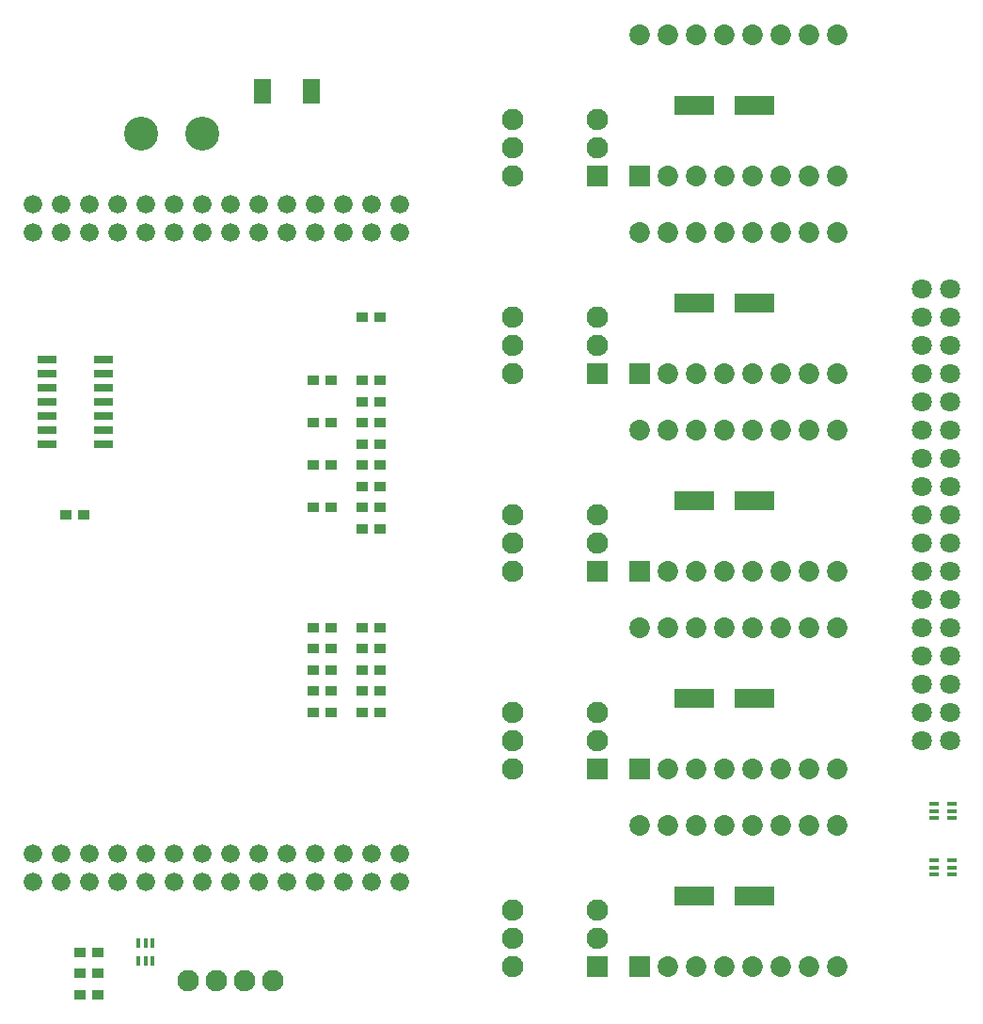
<source format=gts>
*
*
G04 PADS 9.5 Build Number: 522968 generated Gerber (RS-274-X) file*
G04 PC Version=2.1*
*
%IN "Arm Board r1.pcb"*%
*
%MOIN*%
*
%FSLAX35Y35*%
*
*
*
*
G04 PC Standard Apertures*
*
*
G04 Thermal Relief Aperture macro.*
%AMTER*
1,1,$1,0,0*
1,0,$1-$2,0,0*
21,0,$3,$4,0,0,45*
21,0,$3,$4,0,0,135*
%
*
*
G04 Annular Aperture macro.*
%AMANN*
1,1,$1,0,0*
1,0,$2,0,0*
%
*
*
G04 Odd Aperture macro.*
%AMODD*
1,1,$1,0,0*
1,0,$1-0.005,0,0*
%
*
*
G04 PC Custom Aperture Macros*
*
*
*
*
*
*
G04 PC Aperture Table*
*
%ADD010C,0.001*%
%ADD043C,0.071*%
%ADD044R,0.044X0.036*%
%ADD045C,0.066*%
%ADD046C,0.12017*%
%ADD047R,0.06112X0.08868*%
%ADD048R,0.1438X0.06899*%
%ADD049R,0.03356X0.01781*%
%ADD050R,0.066X0.029*%
%ADD051C,0.076*%
%ADD052R,0.01781X0.03356*%
%ADD053R,0.076X0.076*%
%ADD054R,0.073X0.073*%
%ADD055C,0.073*%
*
*
*
*
G04 PC Circuitry*
G04 Layer Name Arm Board r1.pcb - circuitry*
%LPD*%
*
*
G04 PC Custom Flashes*
G04 Layer Name Arm Board r1.pcb - flashes*
%LPD*%
*
*
G04 PC Circuitry*
G04 Layer Name Arm Board r1.pcb - circuitry*
%LPD*%
*
G54D10*
G54D43*
G01X450000Y375000D03*
X460000D03*
X450000Y365000D03*
X460000D03*
X450000Y355000D03*
X460000D03*
X450000Y345000D03*
X460000D03*
X450000Y335000D03*
X460000D03*
X450000Y325000D03*
X460000D03*
X450000Y315000D03*
X460000D03*
X450000Y305000D03*
X460000D03*
X450000Y295000D03*
X460000D03*
X450000Y285000D03*
X460000D03*
X450000Y275000D03*
X460000D03*
X450000Y265000D03*
X460000D03*
X450000Y255000D03*
X460000D03*
X450000Y245000D03*
X460000D03*
X450000Y235000D03*
X460000D03*
X450000Y225000D03*
X460000D03*
X450000Y215000D03*
X460000D03*
G54D44*
X251900Y365000D03*
X258100D03*
X240600Y232500D03*
X234400D03*
X240600Y225000D03*
X234400D03*
X251900Y255000D03*
X258100D03*
X251900Y247500D03*
X258100D03*
X251900Y240000D03*
X258100D03*
X251900Y232500D03*
X258100D03*
X251900Y225000D03*
X258100D03*
X240600Y255000D03*
X234400D03*
X240600Y247500D03*
X234400D03*
X240600Y240000D03*
X234400D03*
X251900Y290000D03*
X258100D03*
X251900Y305000D03*
X258100D03*
X251900Y320000D03*
X258100D03*
X251900Y335000D03*
X258100D03*
X251900Y297500D03*
X258100D03*
X251900Y312500D03*
X258100D03*
X251900Y327500D03*
X258100D03*
X251900Y342500D03*
X258100D03*
X240600Y297500D03*
X234400D03*
X240600Y312500D03*
X234400D03*
X240600Y327500D03*
X234400D03*
X240600Y342500D03*
X234400D03*
X151900Y140000D03*
X158100D03*
X151900Y132500D03*
X158100D03*
X151900Y125000D03*
X158100D03*
X146900Y295000D03*
X153100D03*
G54D45*
X135000Y395000D03*
Y405000D03*
X145000Y395000D03*
Y405000D03*
X155000Y395000D03*
Y405000D03*
X165000Y395000D03*
Y405000D03*
X175000Y395000D03*
Y405000D03*
X185000Y395000D03*
Y405000D03*
X195000Y395000D03*
Y405000D03*
X205000Y395000D03*
Y405000D03*
X215000Y395000D03*
Y405000D03*
X225000Y395000D03*
Y405000D03*
X235000Y395000D03*
Y405000D03*
X245000Y395000D03*
Y405000D03*
X255000Y395000D03*
Y405000D03*
X265000Y395000D03*
Y405000D03*
X135000Y165000D03*
Y175000D03*
X145000Y165000D03*
Y175000D03*
X155000Y165000D03*
Y175000D03*
X165000Y165000D03*
Y175000D03*
X175000Y165000D03*
Y175000D03*
X185000Y165000D03*
Y175000D03*
X195000Y165000D03*
Y175000D03*
X205000Y165000D03*
Y175000D03*
X215000Y165000D03*
Y175000D03*
X225000Y165000D03*
Y175000D03*
X235000Y165000D03*
Y175000D03*
X245000Y165000D03*
Y175000D03*
X255000Y165000D03*
Y175000D03*
X265000Y165000D03*
Y175000D03*
G54D46*
X195000Y430000D03*
X173346D03*
G54D47*
X216339Y445000D03*
X233661D03*
G54D48*
X369370Y440000D03*
X390630D03*
X369370Y370000D03*
X390630D03*
X369370Y300000D03*
X390630D03*
X369370Y230000D03*
X390630D03*
X369370Y160000D03*
X390630D03*
G54D49*
X460650Y167441D03*
Y170000D03*
Y172559D03*
X454350Y167441D03*
Y170000D03*
Y172559D03*
Y192559D03*
Y190000D03*
Y187441D03*
X460650Y192559D03*
Y190000D03*
Y187441D03*
G54D50*
X140000Y350000D03*
Y345000D03*
Y340000D03*
Y335000D03*
Y330000D03*
Y325000D03*
Y320000D03*
X160000D03*
Y325000D03*
Y330000D03*
Y335000D03*
Y340000D03*
Y345000D03*
Y350000D03*
G54D51*
X220000Y130000D03*
X210000D03*
X200000D03*
X190000D03*
X335000Y425000D03*
Y435000D03*
X305000D03*
Y425000D03*
Y415000D03*
X335000Y355000D03*
Y365000D03*
X305000D03*
Y355000D03*
Y345000D03*
X335000Y285000D03*
Y295000D03*
X305000D03*
Y285000D03*
Y275000D03*
X335000Y215000D03*
Y225000D03*
X305000D03*
Y215000D03*
Y205000D03*
X335000Y145000D03*
Y155000D03*
X305000D03*
Y145000D03*
Y135000D03*
G54D52*
X177559Y143150D03*
X175000D03*
X172441D03*
X177559Y136850D03*
X175000D03*
X172441D03*
G54D53*
X335000Y415000D03*
Y345000D03*
Y275000D03*
Y205000D03*
Y135000D03*
G54D54*
X350000Y415000D03*
Y345000D03*
Y275000D03*
Y205000D03*
Y135000D03*
G54D55*
X360000Y415000D03*
X370000D03*
X380000D03*
X390000D03*
X400000D03*
X410000D03*
X420000D03*
Y465000D03*
X410000D03*
X400000D03*
X390000D03*
X380000D03*
X370000D03*
X360000D03*
X350000D03*
X360000Y345000D03*
X370000D03*
X380000D03*
X390000D03*
X400000D03*
X410000D03*
X420000D03*
Y395000D03*
X410000D03*
X400000D03*
X390000D03*
X380000D03*
X370000D03*
X360000D03*
X350000D03*
X360000Y275000D03*
X370000D03*
X380000D03*
X390000D03*
X400000D03*
X410000D03*
X420000D03*
Y325000D03*
X410000D03*
X400000D03*
X390000D03*
X380000D03*
X370000D03*
X360000D03*
X350000D03*
X360000Y205000D03*
X370000D03*
X380000D03*
X390000D03*
X400000D03*
X410000D03*
X420000D03*
Y255000D03*
X410000D03*
X400000D03*
X390000D03*
X380000D03*
X370000D03*
X360000D03*
X350000D03*
X360000Y135000D03*
X370000D03*
X380000D03*
X390000D03*
X400000D03*
X410000D03*
X420000D03*
Y185000D03*
X410000D03*
X400000D03*
X390000D03*
X380000D03*
X370000D03*
X360000D03*
X350000D03*
X0Y0D02*
M02*

</source>
